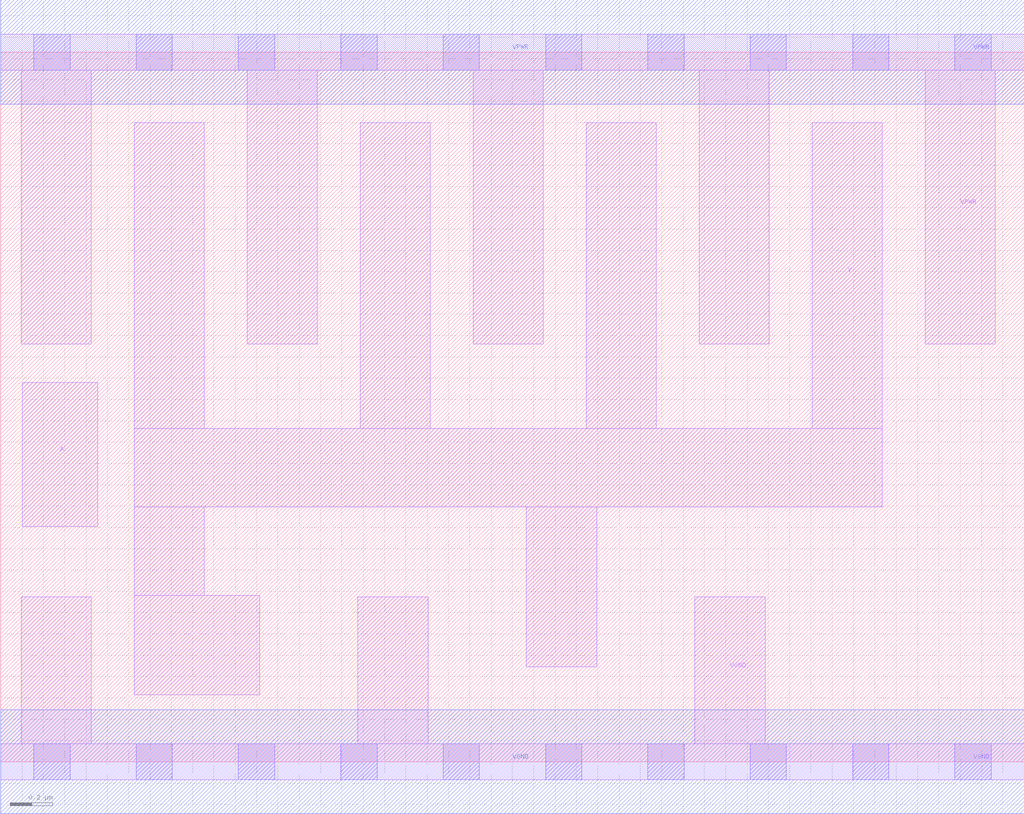
<source format=lef>
# Copyright 2020 The SkyWater PDK Authors
#
# Licensed under the Apache License, Version 2.0 (the "License");
# you may not use this file except in compliance with the License.
# You may obtain a copy of the License at
#
#     https://www.apache.org/licenses/LICENSE-2.0
#
# Unless required by applicable law or agreed to in writing, software
# distributed under the License is distributed on an "AS IS" BASIS,
# WITHOUT WARRANTIES OR CONDITIONS OF ANY KIND, either express or implied.
# See the License for the specific language governing permissions and
# limitations under the License.
#
# SPDX-License-Identifier: Apache-2.0

VERSION 5.7 ;
  NAMESCASESENSITIVE ON ;
  NOWIREEXTENSIONATPIN ON ;
  DIVIDERCHAR "/" ;
  BUSBITCHARS "[]" ;
UNITS
  DATABASE MICRONS 200 ;
END UNITS
MACRO sky130_fd_sc_lp__clkinvlp_8
  CLASS CORE ;
  SOURCE USER ;
  FOREIGN sky130_fd_sc_lp__clkinvlp_8 ;
  ORIGIN  0.000000  0.000000 ;
  SIZE  4.800000 BY  3.330000 ;
  SYMMETRY X Y R90 ;
  SITE unit ;
  PIN A
    ANTENNAGATEAREA  2.660000 ;
    DIRECTION INPUT ;
    USE SIGNAL ;
    PORT
      LAYER li1 ;
        RECT 0.100000 1.105000 0.455000 1.780000 ;
    END
  END A
  PIN Y
    ANTENNADIFFAREA  1.428000 ;
    DIRECTION OUTPUT ;
    USE SIGNAL ;
    PORT
      LAYER li1 ;
        RECT 0.625000 0.315000 1.215000 0.780000 ;
        RECT 0.625000 0.780000 0.955000 1.195000 ;
        RECT 0.625000 1.195000 4.135000 1.565000 ;
        RECT 0.625000 1.565000 0.955000 3.000000 ;
        RECT 1.685000 1.565000 2.015000 3.000000 ;
        RECT 2.465000 0.445000 2.795000 1.195000 ;
        RECT 2.745000 1.565000 3.075000 3.000000 ;
        RECT 3.805000 1.565000 4.135000 3.000000 ;
    END
  END Y
  PIN VGND
    DIRECTION INOUT ;
    USE GROUND ;
    PORT
      LAYER li1 ;
        RECT 0.000000 -0.085000 4.800000 0.085000 ;
        RECT 0.095000  0.085000 0.425000 0.775000 ;
        RECT 1.675000  0.085000 2.005000 0.775000 ;
        RECT 3.255000  0.085000 3.585000 0.775000 ;
      LAYER mcon ;
        RECT 0.155000 -0.085000 0.325000 0.085000 ;
        RECT 0.635000 -0.085000 0.805000 0.085000 ;
        RECT 1.115000 -0.085000 1.285000 0.085000 ;
        RECT 1.595000 -0.085000 1.765000 0.085000 ;
        RECT 2.075000 -0.085000 2.245000 0.085000 ;
        RECT 2.555000 -0.085000 2.725000 0.085000 ;
        RECT 3.035000 -0.085000 3.205000 0.085000 ;
        RECT 3.515000 -0.085000 3.685000 0.085000 ;
        RECT 3.995000 -0.085000 4.165000 0.085000 ;
        RECT 4.475000 -0.085000 4.645000 0.085000 ;
      LAYER met1 ;
        RECT 0.000000 -0.245000 4.800000 0.245000 ;
    END
  END VGND
  PIN VPWR
    DIRECTION INOUT ;
    USE POWER ;
    PORT
      LAYER li1 ;
        RECT 0.000000 3.245000 4.800000 3.415000 ;
        RECT 0.095000 1.960000 0.425000 3.245000 ;
        RECT 1.155000 1.960000 1.485000 3.245000 ;
        RECT 2.215000 1.960000 2.545000 3.245000 ;
        RECT 3.275000 1.960000 3.605000 3.245000 ;
        RECT 4.335000 1.960000 4.665000 3.245000 ;
      LAYER mcon ;
        RECT 0.155000 3.245000 0.325000 3.415000 ;
        RECT 0.635000 3.245000 0.805000 3.415000 ;
        RECT 1.115000 3.245000 1.285000 3.415000 ;
        RECT 1.595000 3.245000 1.765000 3.415000 ;
        RECT 2.075000 3.245000 2.245000 3.415000 ;
        RECT 2.555000 3.245000 2.725000 3.415000 ;
        RECT 3.035000 3.245000 3.205000 3.415000 ;
        RECT 3.515000 3.245000 3.685000 3.415000 ;
        RECT 3.995000 3.245000 4.165000 3.415000 ;
        RECT 4.475000 3.245000 4.645000 3.415000 ;
      LAYER met1 ;
        RECT 0.000000 3.085000 4.800000 3.575000 ;
    END
  END VPWR
END sky130_fd_sc_lp__clkinvlp_8

</source>
